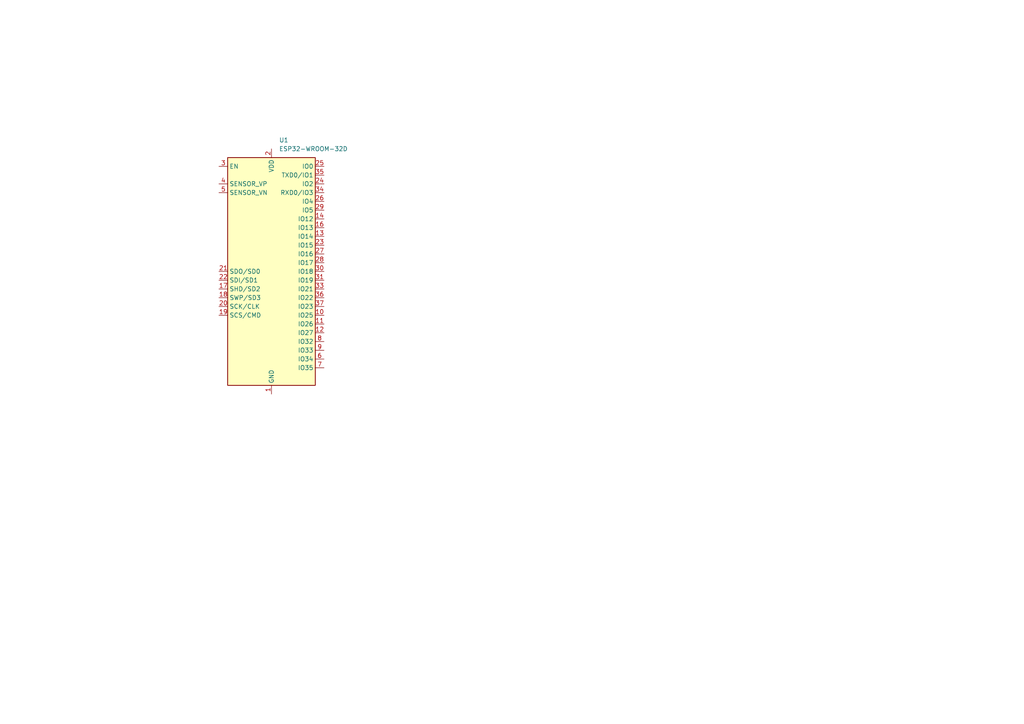
<source format=kicad_sch>
(kicad_sch (version 20231120) (generator "eeschema") (generator_version "8.0")
  (paper "A4")
  (lib_symbols
    (symbol "RF_Module:ESP32-WROOM-32D"
      (property "Reference" "U" (at -12.7 34.29 0))
      (property "Value" "ESP32-WROOM-32D" (at 1.27 34.29 0))
      (symbol "ESP32-WROOM-32D_0_1"
        (rectangle (start -12.7 33.02) (end 12.7 -33.02) (stroke (width 0.254)) (fill (type background)))
      )
      (symbol "ESP32-WROOM-32D_1_1"
        (pin power_in line (at 0 -35.56 90) (length 2.54) (name "GND") (number "1"))
        (pin bidirectional line (at 15.24 -12.7 180) (length 2.54) (name "IO25") (number "10"))
        (pin bidirectional line (at 15.24 -15.24 180) (length 2.54) (name "IO26") (number "11"))
        (pin bidirectional line (at 15.24 -17.78 180) (length 2.54) (name "IO27") (number "12"))
        (pin bidirectional line (at 15.24 10.16 180) (length 2.54) (name "IO14") (number "13"))
        (pin bidirectional line (at 15.24 15.24 180) (length 2.54) (name "IO12") (number "14"))
        (pin passive line (at 0 -35.56 90) (length 2.54) hide (name "GND") (number "15"))
        (pin bidirectional line (at 15.24 12.7 180) (length 2.54) (name "IO13") (number "16"))
        (pin bidirectional line (at -15.24 -5.08 0) (length 2.54) (name "SHD/SD2") (number "17"))
        (pin bidirectional line (at -15.24 -7.62 0) (length 2.54) (name "SWP/SD3") (number "18"))
        (pin bidirectional line (at -15.24 -12.7 0) (length 2.54) (name "SCS/CMD") (number "19"))
        (pin power_in line (at 0 35.56 270) (length 2.54) (name "VDD") (number "2"))
        (pin bidirectional line (at -15.24 -10.16 0) (length 2.54) (name "SCK/CLK") (number "20"))
        (pin bidirectional line (at -15.24 0 0) (length 2.54) (name "SDO/SD0") (number "21"))
        (pin bidirectional line (at -15.24 -2.54 0) (length 2.54) (name "SDI/SD1") (number "22"))
        (pin bidirectional line (at 15.24 7.62 180) (length 2.54) (name "IO15") (number "23"))
        (pin bidirectional line (at 15.24 25.4 180) (length 2.54) (name "IO2") (number "24"))
        (pin bidirectional line (at 15.24 30.48 180) (length 2.54) (name "IO0") (number "25"))
        (pin bidirectional line (at 15.24 20.32 180) (length 2.54) (name "IO4") (number "26"))
        (pin bidirectional line (at 15.24 5.08 180) (length 2.54) (name "IO16") (number "27"))
        (pin bidirectional line (at 15.24 2.54 180) (length 2.54) (name "IO17") (number "28"))
        (pin bidirectional line (at 15.24 17.78 180) (length 2.54) (name "IO5") (number "29"))
        (pin input line (at -15.24 30.48 0) (length 2.54) (name "EN") (number "3"))
        (pin bidirectional line (at 15.24 0 180) (length 2.54) (name "IO18") (number "30"))
        (pin bidirectional line (at 15.24 -2.54 180) (length 2.54) (name "IO19") (number "31"))
        (pin no_connect line (at -12.7 -27.94 0) (length 2.54) hide (name "NC") (number "32"))
        (pin bidirectional line (at 15.24 -5.08 180) (length 2.54) (name "IO21") (number "33"))
        (pin bidirectional line (at 15.24 22.86 180) (length 2.54) (name "RXD0/IO3") (number "34"))
        (pin bidirectional line (at 15.24 27.94 180) (length 2.54) (name "TXD0/IO1") (number "35"))
        (pin bidirectional line (at 15.24 -7.62 180) (length 2.54) (name "IO22") (number "36"))
        (pin bidirectional line (at 15.24 -10.16 180) (length 2.54) (name "IO23") (number "37"))
        (pin passive line (at 0 -35.56 90) (length 2.54) hide (name "GND") (number "38"))
        (pin passive line (at 0 -35.56 90) (length 2.54) hide (name "GND") (number "39"))
        (pin input line (at -15.24 25.4 0) (length 2.54) (name "SENSOR_VP") (number "4"))
        (pin input line (at -15.24 22.86 0) (length 2.54) (name "SENSOR_VN") (number "5"))
        (pin input line (at 15.24 -25.4 180) (length 2.54) (name "IO34") (number "6"))
        (pin input line (at 15.24 -27.94 180) (length 2.54) (name "IO35") (number "7"))
        (pin bidirectional line (at 15.24 -20.32 180) (length 2.54) (name "IO32") (number "8"))
        (pin bidirectional line (at 15.24 -22.86 180) (length 2.54) (name "IO33") (number "9"))
      )
    )
  )
  (symbol (lib_id "RF_Module:ESP32-WROOM-32D") (at 78.74 78.74 0) (unit 1)
    (property "Reference" "U1" (at 80.9341 40.64 0) (effects (justify left)))
    (property "Value" "ESP32-WROOM-32D" (at 80.9341 43.18 0) (effects (justify left)))
    (property "Footprint" "RF_Module:ESP32-WROOM-32D" (effects (hide yes)))
    (property "Datasheet" "https://www.espressif.com/sites/default/files/documentation/esp32-wroom-32d_esp32-wroom-32u_datasheet_en.pdf" (effects (hide yes)))
    (property "Description" "RF Module, ESP32-D0WD SoC, Wi-Fi 802.11b/g/n, Bluetooth, BLE, 32-bit, 2.7-3.6V, onboard antenna, SMD" (effects (hide yes)))
  )
)
</source>
